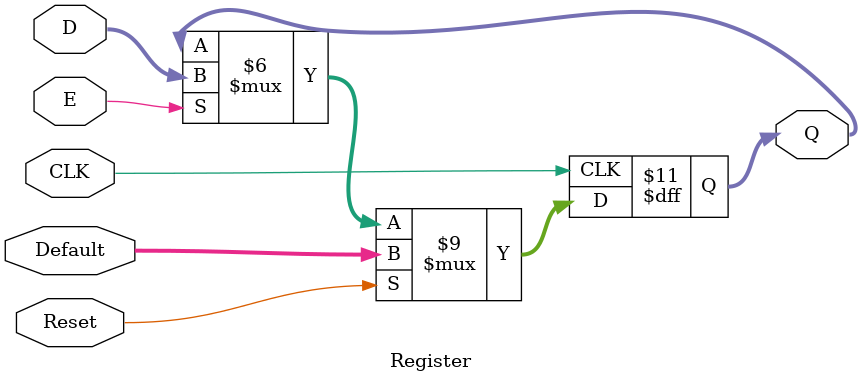
<source format=v>
`timescale 1ns / 1ps


module Register(
    input [10:0]D,
    output reg [10:0]Q,
    input CLK,
    input Reset,
    input E,
    input [10:0]Default
    );
    
    always @ (posedge CLK) begin
        if(Reset) Q <= Default;
        else if(E==1'b1) Q <= D;
        else if(E==1'b0)  Q <= Q;
       
    end
endmodule

</source>
